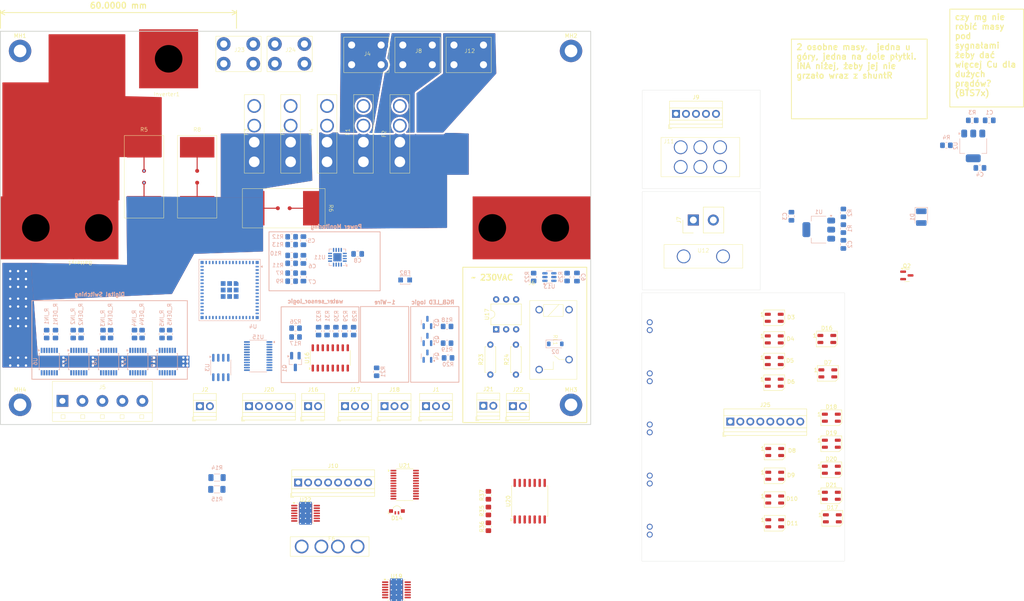
<source format=kicad_pcb>
(kicad_pcb (version 20240108) (generator "pcbnew") (generator_version "8.0")
  (layers (0 "F.Cu" signal) (31 "B.Cu" signal) (34 "B.Paste" user) (35 "F.Paste" user) (36 "B.SilkS" user "B.Silkscreen") (37 "F.SilkS" user "F.Silkscreen") (38 "B.Mask" user) (39 "F.Mask" user) (44 "Edge.Cuts" user))
  (net 0 "")
  (net 1 "GND")
  (net 2 "+3.3V")
  (net 3 "+5V")
  (net 4 "Net-(U1-ADJ)")
  (net 5 "Net-(U2-ADJ)")
  (net 6 "Net-(U6-DEN)")
  (net 7 "Net-(U7-DEN)")
  (net 8 "Net-(U11-IN+3)")
  (net 9 "Net-(U8-DEN)")
  (net 10 "Net-(U11-IN-3)")
  (net 11 "Net-(U11-IN+2)")
  (net 12 "Net-(U9-DEN)")
  (net 13 "Net-(U10-DEN)")
  (net 14 "Net-(U11-IN-2)")
  (net 15 "Net-(U11-IN-1)")
  (net 16 "Net-(U6-IN)")
  (net 17 "Net-(U7-IN)")
  (net 18 "Net-(U11-IN+1)")
  (net 19 "Net-(U8-IN)")
  (net 20 "Net-(U9-IN)")
  (net 21 "Net-(U10-IN)")
  (net 22 "Net-(F1-Pad1)")
  (net 23 "/central_control_unit/230VAC/AC_DETECT")
  (net 24 "Net-(J11-lvl_1)")
  (net 25 "Net-(J11-lvl_2)")
  (net 26 "GND_HP")
  (net 32 "Net-(J11-lvl_4)")
  (net 34 "Net-(J11-lvl_3)")
  (net 40 "/high_power/RSH5_HI")
  (net 41 "/high_power/RSH5_LO")
  (net 42 "/high_power/RSH6_HI")
  (net 43 "/high_power/RSH6_LO")
  (net 64 "/high_power/RSH8_LO")
  (net 65 "/high_power/RSH8_HI")
  (net 66 "/central_control_unit/SDA")
  (net 67 "/central_control_unit/SCL")
  (net 68 "Net-(D2-A)")
  (net 69 "/central_control_unit/230VAC/V_Bat")
  (net 70 "Net-(J8-Pin_1)")
  (net 71 "Net-(J12-Pin_1)")
  (net 72 "GND_LP")
  (net 73 "Net-(J1-Pin_2)")
  (net 74 "Net-(J1-Pin_3)")
  (net 75 "Net-(J1-Pin_1)")
  (net 76 "/central_control_unit/DAC_2")
  (net 77 "/central_control_unit/strap pin")
  (net 78 "/central_control_unit/DAC_1")
  (net 85 "Net-(Battery1-Pad1)")
  (net 86 "Net-(Inverter1-Pad1)")
  (net 87 "/central_control_unit/12V_MCU")
  (net 88 "Net-(U3-VIO)")
  (net 89 "/central_control_unit/CAN/CAN_H")
  (net 90 "Net-(J4-Pin_1)")
  (net 91 "/central_control_unit/CAN/CAN_L")
  (net 92 "Net-(J7-Pin_2)")
  (net 94 "+3V3")
  (net 95 "/central_control_unit/temp_sensors/1-WIRE")
  (net 96 "/central_control_unit/water_sensors_logic/ws_rod_3")
  (net 97 "/central_control_unit/water_sensors_logic/ws_rod_4")
  (net 98 "/central_control_unit/water_sensors_logic/ws_rod_1")
  (net 99 "/central_control_unit/water_sensors_logic/ws_rod_0")
  (net 100 "/central_control_unit/water_sensors_logic/ws_rod_2")
  (net 101 "Net-(J22-Pin_1)")
  (net 102 "Net-(J22-Pin_2)")
  (net 103 "/central_control_unit/water_sensors_logic/WS_ENABLE")
  (net 104 "/central_control_unit/LED_B")
  (net 105 "/central_control_unit/LED_G")
  (net 106 "/central_control_unit/LED_R")
  (net 107 "Net-(R22-Pad2)")
  (net 108 "/central_control_unit/230VAC/RELAY_IN")
  (net 109 "Net-(R23-Pad2)")
  (net 110 "Net-(R24-Pad2)")
  (net 111 "/central_control_unit/digital_switching/CH1_DEN")
  (net 112 "/central_control_unit/digital_switching/CH2_DEN")
  (net 113 "/central_control_unit/digital_switching/CH3_DEN")
  (net 114 "/central_control_unit/digital_switching/CH4_DEN")
  (net 115 "/central_control_unit/digital_switching/CH5_DEN")
  (net 116 "/central_control_unit/digital_switching/CH1_IN")
  (net 117 "/central_control_unit/digital_switching/CH2_IN")
  (net 118 "/central_control_unit/digital_switching/CH3_IN")
  (net 119 "/central_control_unit/digital_switching/CH4_IN")
  (net 120 "/central_control_unit/digital_switching/CH5_IN")
  (net 121 "/central_control_unit/CAN/CAN_TX")
  (net 122 "/central_control_unit/CAN/CAN_RX")
  (net 123 "/central_control_unit/CAN/CAN_SLEEP")
  (net 125 "/central_control_unit/ch1_diag")
  (net 127 "Net-(U15-~{INT})")
  (net 128 "/central_control_unit/ch2_diag")
  (net 130 "/central_control_unit/ch5_diag")
  (net 131 "/central_control_unit/ch3_diag")
  (net 132 "/central_control_unit/ch4_diag")
  (net 134 "Net-(J7-Pin_1)")
  (net 135 "Net-(J11-COM)")
  (net 138 "Net-(R21-Pad1)")
  (net 139 "/central_control_unit/water_sensors_logic/WS_LVL_50%")
  (net 140 "/central_control_unit/water_sensors_logic/GREY_WATER_FULL")
  (net 141 "/central_control_unit/water_sensors_logic/WS_LVL_100%")
  (net 142 "/central_control_unit/water_sensors_logic/WS_LVL_75%")
  (net 143 "/central_control_unit/water_sensors_logic/WS_LVL_25%")
  (net 147 "/central_control_unit/water_sensors_logic/grey_water_rod")
  (net 154 "Net-(J23-Pin_1)")
  (net 155 "Net-(J24-Pin_1)")
  (net 159 "Net-(Q1-G)")
  (net 225 "/high_power/blown_fuse_detection/dc_load")
  (net 226 "/high_power/blown_fuse_detection/12V_battery")
  (net 227 "/central_control_unit/analog_ui_control/GND_OUT")
  (net 228 "/central_control_unit/analog_ui_control/BTN_1_IN")
  (net 229 "/central_control_unit/analog_ui_control/BTN_4_IN")
  (net 230 "/central_control_unit/analog_ui_control/BTN_5_IN")
  (net 231 "/central_control_unit/analog_ui_control/+5V_OUT")
  (net 232 "/central_control_unit/analog_ui_control/BTN_2_IN")
  (net 233 "/central_control_unit/analog_ui_control/LED_DATA_IN")
  (net 234 "Net-(C3-Pad1)")
  (net 235 "Net-(J5-Pin_1)")
  (net 236 "Net-(J5-Pin_4)")
  (net 237 "Net-(J5-Pin_5)")
  (net 238 "Net-(J5-Pin_2)")
  (net 239 "Net-(J5-Pin_3)")
  (net 240 "V_Bat")
  (net 241 "/central_control_unit/230VAC/N_230VAC")
  (net 242 "/central_control_unit/230VAC/P_230VAC")
  (net 243 "/central_control_unit/analog_ui_control/BTN_3_IN")
  (net 244 "/analog_ui/+5V_IN")
  (net 245 "/analog_ui/BTN_5")
  (net 246 "/analog_ui/BTN_2")
  (net 247 "/analog_ui/LED_DATA_IN")
  (net 248 "/analog_ui/GND_IN")
  (net 249 "/analog_ui/BTN_4")
  (net 250 "/analog_ui/BTN_3")
  (net 251 "/analog_ui/BTN_1")
  (net 266 "Net-(U20-IN1+)")
  (net 275 "/central_control_unit/water_sensors_logic/WS_option_2/probe_1")
  (net 306 "BTN1_INTR")
  (net 307 "BTN2_INTR")
  (net 312 "BTN4_INTR")
  (net 315 "BTN3_INTR")
  (footprint "Package_SO:SOIC-14W_7.5x9mm_P1.27mm" (layer "F.Cu") (at 154.5 139.5 90)
    (property "Reference" "U20")
    (property "Value" "LM339_4ch")
  )
  (footprint "HeavyDuty:keystone_m3_screw_terminal_vertical" (layer "F.Cu") (at 126.25 25.5)
    (property "Reference" "J8")
    (property "Value" "Conn_01x01")
  )
  (footprint "Package_SO:TSSOP-24_4.4x7.8mm_P0.65mm" (layer "F.Cu") (at 122.7325 135.305)
    (property "Reference" "U21")
    (property "Value" "TCA9555PWR")
  )
  (footprint "LED_SMD:LED_WS2812B-Mini_PLCC4_3.5x3.5mm" (layer "F.Cu") (at 231.14 131.51)
    (property "Reference" "D20")
    (property "Value" "WS2812B")
  )
  (footprint "MountingHole:MountingHole_3.2mm_M3_ISO7380_Pad_TopBottom" (layer "F.Cu") (at 25 25)
    (property "Reference" "MH1")
    (property "Value" "MH")
  )
  (footprint "MountingHole:MountingHole_3.2mm_M3_ISO7380_Pad_TopBottom" (layer "F.Cu") (at 25 115)
    (property "Reference" "MH4")
    (property "Value" "MH")
  )
  (footprint "HeavyDuty:keystone_m3_screw_terminal_vertical" (layer "F.Cu") (at 80.75 25.25)
    (property "Reference" "J23")
    (property "Value" "Conn_01x01")
  )
  (footprint "HeavyDuty:5p_terminal_DB12" (layer "F.Cu") (at 45.92 114)
    (property "Reference" "J5")
    (property "Value" "DB12")
  )
  (footprint "TerminalBlock:TerminalBlock_Xinya_XY308-2.54-8P_1x08_P2.54mm_Horizontal" (layer "F.Cu") (at 95.6575 134.755)
    (property "Reference" "J10")
    (property "Value" "Conn_01x08")
  )
  (footprint "TerminalBlock:TerminalBlock_Xinya_XY308-2.54-5P_1x05_P2.54mm_Horizontal" (layer "F.Cu") (at 191.67 41)
    (property "Reference" "J9")
    (property "Value" "water_sensor_conn")
  )
  (footprint "LED_SMD:LED_WS2812B-Mini_PLCC4_3.5x3.5mm" (layer "F.Cu") (at 216.75 145.12)
    (property "Reference" "D11")
    (property "Value" "WS2812B")
  )
  (footprint "LED_SMD:LED_WS2812B-Mini_PLCC4_3.5x3.5mm" (layer "F.Cu") (at 230 98.25)
    (property "Reference" "D16")
    (property "Value" "WS2812B")
  )
  (footprint "Package_TO_SOT_SMD:SOT-23" (layer "F.Cu") (at 250.325 82.09)
    (property "Reference" "Q2")
    (property "Value" "AON6407-HXZ")
  )
  (footprint "LED_SMD:LED_WS2812B-Mini_PLCC4_3.5x3.5mm" (layer "F.Cu") (at 216.75 139.08)
    (property "Reference" "D10")
    (property "Value" "WS2812B")
  )
  (footprint "MountingHole:MountingHole_3.2mm_M3_ISO7380_Pad_TopBottom" (layer "F.Cu") (at 165 115)
    (property "Reference" "MH3")
    (property "Value" "MH")
  )
  (footprint "TerminalBlock:TerminalBlock_Xinya_XY308-2.54-3P_1x03_P2.54mm_Horizontal" (layer "F.Cu") (at 128.15 115.35)
    (property "Reference" "J1")
    (property "Value" "rgb_led_conn")
  )
  (footprint "analog_ui:button_12mm" (layer "F.Cu") (at 193 121)
    (property "Reference" "SW3")
    (property "Value" "SW_Push")
  )
  (footprint "HeavyDuty:2_water_sensor_rods" (layer "F.Cu") (at 198.62 77.25)
    (property "Reference" "U12")
    (property "Value" "~")
  )
  (footprint "LED_SMD:LED_Kingbright_APFA3010_3x1.5mm_Horizontal" (layer "F.Cu") (at 120.7575 142.008555)
    (property "Reference" "D14")
    (property "Value" "APFA3010")
  )
  (footprint "LED_SMD:LED_WS2812B-Mini_PLCC4_3.5x3.5mm" (layer "F.Cu") (at 216.64 109.37)
    (property "Reference" "D6")
    (property "Value" "WS2812B")
  )
  (footprint "LED_SMD:LED_WS2812B-Mini_PLCC4_3.5x3.5mm" (layer "F.Cu") (at 231.39 143.86)
    (property "Reference" "D17")
    (property "Value" "WS2812B")
  )
  (footprint "TerminalBlock:TerminalBlock_Xinya_XY308-2.54-2P_1x02_P2.54mm_Horizontal" (layer "F.Cu") (at 142.71 115.25)
    (property "Reference" "J21")
    (property "Value" "Conn_01x02")
  )
  (footprint "Connector_Samtec_HPM_THT:Samtec_HPM-02-01-x-S_Straight_1x02_Pitch5.08mm" (layer "F.Cu") (at 196.075 68 90)
    (property "Reference" "J7")
    (property "Value" "Conn_01x02")
  )
  (footprint "LED_SMD:LED_WS2812B-Mini_PLCC4_3.5x3.5mm" (layer "F.Cu") (at 216.64 98.363333)
    (property "Reference" "D4")
    (property "Value" "WS2812B")
  )
  (footprint "HeavyDuty:MSRSF_shunt_resistor" (layer "F.Cu") (at 92 65 180)
    (property "Reference" "R6")
    (property "Value" "0.003 Ohm 10W")
  )
  (footprint "HeavyDuty:ATO_fuse_holder" (layer "F.Cu") (at 103.6625 151.03)
    (property "Reference" "F6")
    (property "Value" "10A")
  )
  (footprint "Package_SO:HTSSOP-14-1EP_4.4x5mm_P0.65mm_EP3.4x5mm_Mask3x3.1mm_ThermalVias" (layer "F.Cu") (at 97.5375 142.58)
    (property "Reference" "U22")
    (property "Value" "LM339_4ch")
  )
  (footprint "HeavyDuty:ATO_fuse_holder" (layer "F.Cu") (at 103 46.1 90)
    (property "Reference" "F4")
    (property "Value" "20A")
  )
  (footprint "TerminalBlock:TerminalBlock_Xinya_XY308-2.54-5P_1x05_P2.54mm_Horizontal" (layer "F.Cu") (at 83.17 115.35)
    (property "Reference" "J20")
    (property "Value" "water_sensor_conn")
  )
  (footprint "HeavyDuty:MSRSF_shunt_resistor" (layer "F.Cu") (at 56.5 57 -90)
    (property "Reference" "R5")
    (property "Value" "0.001 Ohm 10W")
  )
  (footprint "HeavyDuty:ATO_fuse_holder" (layer "F.Cu") (at 84.5 46.1 90)
    (property "Reference" "F3")
    (property "Value" "20A")
  )
  (footprint "analog_ui:button_12mm" (layer "F.Cu") (at 193 147)
    (property "Reference" "SW5")
    (property "Value" "SW_Push")
  )
  (footprint "Resistor_THT:R_Axial_DIN0207_L6.3mm_D2.5mm_P7.62mm_Horizontal" (layer "F.Cu") (at 144.5 107.31 90)
    (property "Reference" "R23")
    (property "Value" "100k")
  )
  (footprint "LED_SMD:LED_WS2812B-Mini_PLCC4_3.5x3.5mm" (layer "F.Cu") (at 231.14 138.13)
    (property "Reference" "D21")
    (property "Value" "WS2812B")
  )
  (footprint "HeavyDuty:water_sensor_rods" (layer "F.Cu") (at 197.87 52)
    (property "Reference" "J11")
    (property "Value" "~")
  )
  (footprint "Package_DIP:DIP-6_W7.62mm" (layer "F.Cu") (at 145.975 95.8 90)
    (property "Reference" "U17")
    (property "Value" "H11AA1")
  )
  (footprint "LED_SMD:LED_WS2812B-Mini_PLCC4_3.5x3.5mm" (layer "F.Cu") (at 231.14 124.89)
    (property "Reference" "D19")
    (property "Value" "WS2812B")
  )
  (footprint "Package_SO:SO-16_3.9x9.9mm_P1.27mm" (layer "F.Cu") (at 103.825 103.075 90)
    (property "Reference" "U16")
    (property "Value" "ULN2003")
  )
  (footprint "TerminalBlock:TerminalBlock_Xinya_XY308-2.54-2P_1x02_P2.54mm_Horizontal" (layer "F.Cu") (at 150.225 115.35)
    (property "Reference" "J22")
    (property "Value" "Conn_01x02")
  )
  (footprint "HeavyDuty:keystone_m3_screw_terminal_vertical" (layer "F.Cu") (at 112.75 26.5 180)
    (property "Reference" "J4")
    (property "Value" "Conn_01x01")
  )
  (footprint "Resistor_SMD:R_0805_2012Metric_Pad1.20x1.40mm_HandSolder" (layer "F.Cu") (at 144 142 90)
    (property "Reference" "R35")
    (property "Value" "100k")
  )
  (footprint "analog_ui:button_12mm" (layer "F.Cu") (at 193 134)
    (property "Reference" "SW4")
    (property "Value" "SW_Push")
  )
  (footprint "LED_SMD:LED_WS2812B-Mini_PLCC4_3.5x3.5mm" (layer "F.Cu") (at 216.64 103.866666)
    (property "Reference" "D5")
    (property "Value" "WS2812B")
  )
  (footprint "LED_SMD:LED_WS2812B-Mini_PLCC4_3.5x3.5mm" (layer "F.Cu") (at 216.75 133.04)
    (property "Reference" "D9")
    (property "Value" "WS2812B")
  )
  (footprint "LED_SMD:LED_WS2812B-Mini_PLCC4_3.5x3.5mm" (layer "F.Cu") (at 216.64 92.86)
    (property "Reference" "D3")
    (property "Value" "WS2812B")
  )
  (footprint "HeavyDuty:MSRSF_shunt_resistor" (layer "F.Cu") (at 70 57 -90)
    (property "Reference" "R8")
    (property "Value" "0.001 Ohm 10W")
  )
  (footprint "LED_SMD:LED_WS2812B-Mini_PLCC4_3.5x3.5mm" (layer "F.Cu") (at 231.14 118.27)
    (property "Reference" "D18")
    (property "Value" "WS2812B")
  )
  (footprint "TerminalBlock:TerminalBlock_Xinya_XY308-2.54-2P_1x02_P2.54mm_Horizontal" (layer "F.Cu") (at 70.69 115.35)
    (property "Reference" "J2")
    (property "Value" "CAN")
  )
  (footprint "TerminalBlock:TerminalBlock_Xinya_XY308-2.54-3P_1x03_P2.54mm_Horizontal" (layer "F.Cu") (at 107.57 115.35)
    (property "Reference" "J17")
    (property "Value" "Conn_01x03")
  )
  (footprint "HeavyDuty:keystone_m3_screw_terminal_vertical" (layer "F.Cu") (at 139.25 25.5)
    (property "Reference" "J12")
    (property "Value" "Conn_01x01")
  )
  (footprint "HeavyDuty:small_busbar-15mm" (layer "F.Cu") (at 155 70)
    (property "Reference" "J6")
    (property "Value" "GND_Busbar")
  )
  (footprint "LED_SMD:LED_WS2812B-Mini_PLCC4_3.5x3.5mm" (layer "F.Cu") (at 216.75 127)
    (property "Reference" "D8")
    (property "Value" "WS2812B")
  )
  (footprint "HeavyDuty:ATO_fuse_holder" (layer "F.Cu") (at 112.25 46.1 90)
    (property "Reference" "F1")
    (property "Value" "20A")
  )
  (footprint "Package_SO:HTSSOP-14-1EP_4.4x5mm_P0.65mm_EP3.4x5mm_Mask3x3.1mm_ThermalVias" (layer "F.Cu") (at 120.6375 162.05)
    (property "Reference" "U19")
    (property "Value" "LM339_4ch")
  )
  (footprint "HeavyDuty:small_busbar-15mm" (layer "F.Cu") (at 35 70 180)
    (property "Reference" "Battery1")
    (property "Value" "~")
  )
  (footprint "TerminalBlock:TerminalBlock_Xinya_XY308-2.54-8P_1x08_P2.54mm_Horizontal" (layer "F.Cu") (at 205.47 119.25)
    (property "Reference" "J25")
    (property "Value" "Conn_01x08")
  )
  (footprint "HeavyDuty:ATO_fuse_holder" (layer "F.Cu") (at 93.75 46.1 90)
    (property "Reference" "F5")
    (property "Value" "20A")
  )
  (footprint "HeavyDuty:high_current_pad" (layer "F.Cu") (at 62.75 27 90)
    (property "Reference" "Inverter1")
    (property "Value" "~")
  )
  (footprint "TerminalBlock:TerminalBlock_Xinya_XY308-2.54-2P_1x02_P2.54mm_Horizontal" (layer "F.Cu") (at 98.19 115.35)
    (property "Reference" "J16")
    (property "Value" "Conn_01x02")
  )
  (footprint "HeavyDuty:keystone_m3_screw_terminal_vertical" (layer "F.Cu") (at 93.75 25.25)
    (property "Reference" "J24")
    (property "Value" "Conn_01x01")
  )
  (footprint "HeavyDuty:PRE29-same-sky" (layer "F.Cu") (at 161.5 98.5 -90)
    (property "Reference" "RL1")
    (property "Value" "AZSR131-1AE-12D")
  )
  (footprint "Resistor_SMD:R_0805_2012Metric_Pad1.20x1.40mm_HandSolder" (layer "F.Cu") (at 144 138 90)
    (property "Reference" "R37")
    (property "Value" "1M")
  )
  (footprint "HeavyDuty:ATO_fuse_holder" (layer "F.Cu") (at 121.5 46.1 90)
    (property "Reference" "F2")
    (property "Value" "20A")
  )
  (footprint "LED_SMD:LED_WS2812B-Mini_PLCC4_3.5x3.5mm" (layer "F.Cu") (at 230.25 107)
    (property "Reference" "D7")
    (property "Value" "WS2812B")
  )
  (footprint "analog_ui:button_12mm" (layer "F.Cu") (at 193 95)
    (property "Reference" "SW1")
    (property "Value" "SW_Push")
  )
  (footprint "Resistor_SMD:R_0805_2012Metric_Pad1.20x1.40mm_HandSolder" (layer "F.Cu") (at 144 146 90)
    (property "Reference" "R36")
    (property "Value" "100k")
  )
  (footprint "Resistor_THT:R_Axial_DIN0207_L6.3mm_D2.5mm_P7.62mm_Horizontal" (layer "F.Cu") (at 151 107.31 90)
    (property "Reference" "R24")
    (property "Value" "100k")
  )
  (footprint "TerminalBlock:TerminalBlock_Xinya_XY308-2.54-3P_1x03_P2.54mm_Horizontal" (layer "F.Cu") (at 117.61 115.35)
    (property "Reference" "J18")
    (property "Value" "Conn_01x03")
  )
  (footprint "MountingHole:MountingHole_3.2mm_M3_ISO7380_Pad_TopBottom" (layer "F.Cu") (at 165 25)
    (property "Reference" "MH2")
    (property "Value" "MH")
  )
  (footprint "analog_ui:button_12mm" (layer "F.Cu") (at 193 108)
    (property "Reference" "SW2")
    (property "Value" "SW_Push")
  )
  (footprint "Package_TO_SOT_SMD:SOT-23" (layer "B.Cu") (at 128.5 94.0625 90)
    (property "Reference" "Q3")
    (property "Value" "N-MOS")
  )
  (footprint "Resistor_SMD:R_1206_3216Metric_Pad1.30x1.75mm_HandSolder" (layer "B.Cu") (at 75 136.5 180)
    (property "Reference" "R15")
    (property "Value" "4.7k")
  )
  (footprint "Resistor_SMD:R_0805_2012Metric_Pad1.20x1.40mm_HandSolder" (layer "B.Cu") (at 94 72.25)
    (property "Reference" "R12")
    (property "Value" "10 ohm")
  )
  (footprint "Resistor_SMD:R_0805_2012Metric_Pad1.20x1.40mm_HandSolder" (layer "B.Cu") (at 133.5 99.3125)
    (property "Reference" "R19")
    (property "Value" "4.7k")
  )
  (footprint "Capacitor_SMD:C_0805_2012Metric_Pad1.18x1.45mm_HandSolder" (layer "B.Cu") (at 166.5 82.5 90)
    (property "Reference" "C9")
    (property "Value" "4.7uF")
  )
  (footprint "Resistor_SMD:R_0805_2012Metric_Pad1.20x1.40mm_HandSolder" (layer "B.Cu") (at 95 95.5 180)
    (property "Reference" "R26")
    (property "Value" "4.7k")
  )
  (footprint "RF_Module:ESP32-S2-MINI-1U" (layer "B.Cu") (at 78.25 85.8 180)
    (property "Reference" "U4")
    (property "Value" "ESP32-S3-MINI-1U")
  )
  (footprint "Inductor_SMD:L_Walsin_WLFM201609x" (layer "B.Cu") (at 122.85 83.25 180)
    (property "Reference" "FB2")
    (property "Value" "FerriteBead 47 Ohm")
  )
  (footprint "Resistor_SMD:R_0805_2012Metric_Pad1.20x1.40mm_HandSolder" (layer "B.Cu") (at 94 77)
    (property "Reference" "R10")
    (property "Value" "10 ohm")
  )
  (footprint "Resistor_SMD:R_0805_2012Metric_Pad1.20x1.40mm_HandSolder" (layer "B.Cu") (at 56 97 -90)
    (property "Reference" "R_DEN4")
    (property "Value" "4.7k")
  )
  (footprint "Package_SO:SOIC-8_3.9x4.9mm_P1.27mm" (layer "B.Cu") (at 76 105.5 -90)
    (property "Reference" "U3")
    (property "Value" "TJA1051T-3")
  )
  (footprint "Resistor_SMD:R_0805_2012Metric_Pad1.20x1.40mm_HandSolder" (layer "B.Cu") (at 103 96.25 90)
    (property "Reference" "R31")
    (property "Value" "4.7k")
  )
  (footprint "Capacitor_SMD:C_0805_2012Metric_Pad1.18x1.45mm_HandSolder" (layer "B.Cu") (at 268.9 54.75)
    (property "Reference" "C4")
    (property "Value" "22uF")
  )
  (footprint "Package_TO_SOT_SMD:SOT-223-3_TabPin2" (layer "B.Cu") (at 267.2 49.15 -90)
    (property "Reference" "U2")
    (property "Value" "AZ1117-ADJ")
  )
  (footprint "Resistor_SMD:R_0805_2012Metric_Pad1.20x1.40mm_HandSolder" (layer "B.Cu") (at 48 97 -90)
    (property "Reference" "R_DEN3")
    (property "Value" "4.7k")
  )
  (footprint "Resistor_SMD:R_0805_2012Metric_Pad1.20x1.40mm_HandSolder" (layer "B.Cu") (at 100.85 96.25 90)
    (property "Reference" "R32")
    (property "Value" "4.7k")
  )
  (footprint "Resistor_SMD:R_0805_2012Metric_Pad1.20x1.40mm_HandSolder" (layer "B.Cu") (at 105.25 96.25 90)
    (property "Reference" "R30")
    (property "Value" "4.7k")
  )
  (footprint "Resistor_SMD:R_0805_2012Metric_Pad1.20x1.40mm_HandSolder" (layer "B.Cu") (at 31.75 97 -90)
    (property "Reference" "R_IN1")
    (property "Value" "4.7k")
  )
  (footprint "Resistor_SMD:R_0805_2012Metric_Pad1.20x1.40mm_HandSolder" (layer "B.Cu") (at 266.95 42.65 180)
    (property "Reference" "R3")
    (property "Value" "125")
  )
  (footprint "Resistor_SMD:R_0805_2012Metric_Pad1.20x1.40mm_HandSolder" (layer "B.Cu") (at 63 97 -90)
    (property "Reference" "R_DEN5")
    (property "Value" "4.7k")
  )
  (footprint "Package_SO:Infineon_PG-TSDSO-14-22" (layer "B.Cu") (at 47.5 104 -90)
    (property "Reference" "U8")
    (property "Value" "BTS7006")
  )
  (footprint "Resistor_SMD:R_0805_2012Metric_Pad1.20x1.40mm_HandSolder" (layer "B.Cu") (at 94 74.25)
    (property "Reference" "R13")
    (property "Value" "10 ohm")
  )
  (footprint "Resistor_SMD:R_0805_2012Metric_Pad1.20x1.40mm_HandSolder" (layer "B.Cu") (at 234.2 66.19 90)
    (property "Reference" "R2")
    (property "Value" "205")
  )
  (footprint "Resistor_SMD:R_0805_2012Metric_Pad1.20x1.40mm_HandSolder" (layer "B.Cu") (at 46.075 97 -90)
    (property "Reference" "R_IN3")
    (property "Value" "4.7k")
  )
  (footprint "Package_TO_SOT_SMD:SOT-223-3_TabPin2" (layer "B.Cu") (at 227.95 70.44 180)
    (property "Reference" "U1")
    (property "Value" "AZ1117-ADJ")
  )
  (footprint "Package_TO_SOT_SMD:SOT-23" (layer "B.Cu") (at 128.5 102.625 90)
    (property "Reference" "Q4")
    (property "Value" "N-MOS")
  )
  (footprint "Package_SO:Infineon_PG-TSDSO-14-22" (layer "B.Cu") (at 54.925 104 -90)
    (property "Reference" "U9")
    (property "Value" "BTS7006")
  )
  (footprint "Resistor_SMD:R_0805_2012Metric_Pad1.20x1.40mm_HandSolder" (layer "B.Cu") (at 109.75 96.25 90)
    (property "Reference" "R28")
    (property "Value" "4.7k")
  )
  (footprint "Resistor_SMD:R_0805_2012Metric_Pad1.20x1.40mm_HandSolder" (layer "B.Cu") (at 155.5 82.5 -90)
    (property "Reference" "R22")
    (property "Value" "50 Ohm")
  )
  (footprint "Resistor_SMD:R_0805_2012Metric_Pad1.20x1.40mm_HandSolder" (layer "B.Cu") (at 94 79)
    (property "Reference" "R11")
    (property "Value" "10 ohm")
  )
  (footprint "Capacitor_SMD:C_0805_2012Metric_Pad1.18x1.45mm_HandSolder" (layer "B.Cu") (at 97 78 -90)
    (property "Reference" "C6")
    (property "Value" "1uF")
  )
  (footprint "Capacitor_SMD:C_0805_2012Metric_Pad1.18x1.45mm_HandSolder" (layer "B.Cu") (at 271.2575 42.65)
    (property "Reference" "C1")
    (property "Value" "10uF")
  )
  (footprint "Capacitor_SMD:C_0805_2012Metric_Pad1.18x1.45mm_HandSolder" (layer "B.Cu") (at 97 82.5 -90)
    (property "Reference" "C7")
    (property "Value" "1uF")
  )
  (footprint "Resistor_SMD:R_0805_2012Metric_Pad1.20x1.40mm_HandSolder" (layer "B.Cu") (at 34 97 -90)
    (property "Reference" "R_DEN1")
    (property "Value" "4.7k")
  )
  (footprint "Resistor_SMD:R_0805_2012Metric_Pad1.20x1.40mm_HandSolder" (layer "B.Cu") (at 115.6 106.6 90)
    (property "Reference" "R21")
    (property "Value" "4.7k")
  )
  (footprint "Package_SO:Infineon_PG-TSDSO-14-22" (layer "B.Cu") (at 62.425 104 -90)
    (property "Reference" "U10")
    (property "Value" "BTS7006")
  )
  (footprint "Package_TO_SOT_SMD:SOT-23-6" (layer "B.Cu") (at 159.5 82.5)
    (property "Reference" "U13")
    (property "Value" "CNY17-1")
  )
  (footprint "Resistor_SMD:R_0805_2012Metric_Pad1.20x1.40mm_HandSolder" (layer "B.Cu") (at 107.5 96.25 90)
    (property "Reference" "R29")
    (property "Value" "4.7k")
  )
  (footprint "Capacitor_SMD:C_0805_2012Metric_Pad1.18x1.45mm_HandSolder" (layer "B.Cu") (at 234.2 74.19 90)
    (property "Reference" "C2")
    (property "Value" "10uF")
  )
  (footprint "Resistor_SMD:R_0805_2012Metric_Pad1.20x1.40mm_HandSolder" (layer "B.Cu") (at 133.75 103.0625)
    (property "Reference" "R20")
    (property "Value" "4.7k")
  )
  (footprint "Resistor_SMD:R_0805_2012Metric_Pad1.20x1.40mm_HandSolder" (layer "B.Cu") (at 38.5 97 -90)
    (property "Reference" "R_IN2")
    (property "Value" "4.7k")
  )
  (footprint "Capacitor_SMD:C_0805_2012Metric_Pad1.18x1.45mm_HandSolder" (layer "B.Cu") (at 110.775 76.6125)
    (property "Reference" "C8")
    (property "Value" "1uF")
  )
  (footprint "Resistor_SMD:R_0805_2012Metric_Pad1.20x1.40mm_HandSolder" (layer "B.Cu") (at 94 81.5)
    (property "Reference" "R7")
    (property "Value" "10 ohm")
  )
  (footprint "Resistor_SMD:R_0805_2012Metric_Pad1.20x1.40mm_HandSolder" (layer "B.Cu") (at 61.075 97 -90)
    (property "Reference" "R_IN5")
    (property "Value" "4.7k")
  )
  (footprint "Package_SO:TSSOP-24_4.4x7.8mm_P0.65mm" (layer "B.Cu") (at 85.5 102.6 180)
    (property "Reference" "U15")
    (property "Value" "TCA9555PWR")
  )
  (footprint "Diode_SMD:D_SOD-123" (layer "B.Cu") (at 161 99.5)
    (property "Reference" "D2")
    (property "Value" "1N4148W")
  )
  (footprint "Resistor_SMD:R_1206_3216Metric_Pad1.30x1.75mm_HandSolder" (layer "B.Cu") (at 75.05 133.5 180)
    (property "Reference" "R14")
    (property "Value" "4.7k")
  )
  (footprint "Resistor_SMD:R_0805_2012Metric_Pad1.20x1.40mm_HandSolder" (layer "B.Cu") (at 234.2 70.19 90)
    (property "Reference" "R1")
    (property "Value" "125")
  )
  (footprint "Resistor_SMD:R_0805_2012Metric_Pad1.20x1.40mm_HandSolder" (layer "B.Cu") (at 95 97.75)
    (property "Reference" "R17")
    (property "Value" "1k")
  )
  (footprint "Resistor_SMD:R_0805_2012Metric_Pad1.20x1.40mm_HandSolder" (layer "B.Cu") (at 54.075 97 -90)
    (property "Reference" "R_IN4")
    (property "Value" "4.7k")
  )
  (footprint "Resistor_SMD:R_0805_2012Metric_Pad1.20x1.40mm_HandSolder" (layer "B.Cu") (at 133.5 95.0625 180)
    (property "Reference" "R18")
    (property "Value" "4.7k")
  )
  (footprint "Package_SO:Infineon_PG-TSDSO-14-22" (layer "B.Cu") (at 39.925 104 -90)
    (property "Reference" "U7")
    (property "Value" "BTS7006")
  )
  (footprint "Package_SO:Infineon_PG-TSDSO-14-22" (layer "B.Cu") (at 32.425 104 -90)
    (property "Reference" "U6")
    (property "Value" "BTS7006")
  )
  (footprint "Package_TO_SOT_SMD:SOT-23_Handsoldering" (layer "B.Cu") (at 94.95 104 -90)
    (property "Reference" "Q1")
    (property "Value" "Q_PMOS_GDS")
  )
  (footprint "Diode_SMD:D_1210_3225Metric_Pad1.42x2.65mm_HandSolder" (layer "B.Cu") (at 254 67.2625 -90)
    (property "Reference" "D1")
    (property "Value" "D")
  )
  (footprint "Resistor_SMD:R_0805_2012Metric_Pad1.20x1.40mm_HandSolder" (layer "B.Cu") (at 94 83.556744)
    (property "Reference" "R9")
    (property "Value" "10 ohm")
  )
  (footprint "Resistor_SMD:R_0805_2012Metric_Pad1.20x1.40mm_HandSolder" (layer "B.Cu") (at 260.38 49 180)
    (property "Reference" "R4")
    (property "Value" "370")
  )
  (footprint "Capacitor_SMD:C_0805_2012Metric_Pad1.18x1.45mm_HandSolder" (layer "B.Cu") (at 97 73.25 -90)
    (property "Reference" "C5")
    (property "Value" "1uF")
  )
  (footprint "Capacitor_SMD:C_0805_2012Metric_Pad1.18x1.45mm_HandSolder" (layer "B.Cu") (at 221 67.0375 -90)
    (property "Reference" "C3")
    (property "Value" "22uF")
  )
  (footprint "Package_DFN_QFN:Texas_RGV0016A_VQFN-16-1EP_4x4mm_P0.65mm_EP2.1x2.1mm" (layer "B.Cu") (at 105.6375 77.475 90)
    (property "Reference" "U11")
    (property "Value" "INA3221")
  )
  (footprint "Resistor_SMD:R_0805_2012Metric_Pad1.20x1.40mm_HandSolder" (layer "B.Cu") (at 164 82.5 -90)
    (property "Reference" "R25")
    (property "Value" "4.7kΩ")
  )
  (footprint "Resistor_SMD:R_0805_2012Metric_Pad1.20x1.40mm_HandSolder" (layer "B.Cu") (at 40.5 97 -90)
    (property "Reference" "R_DEN2")
    (property "Value" "4.7k")
  )
  (footprint "Package_TO_SOT_SMD:SOT-23" (layer "B.Cu") (at 128.5 98.375 90)
    (property "Reference" "Q5")
    (property "Value" "N-MOS")
  )
  (gr_rect (start 111.5 90) (end 123.75 109.25) (stroke (width 0.2)) (fill none) (layer "B.SilkS"))
  (gr_rect (start 88.25 71) (end 116.5 86) (stroke (width 0.2)) (fill none) (layer "B.SilkS"))
  (gr_rect (start 91.345 90.075) (end 111.095 109.325) (stroke (width 0.2)) (fill none) (layer "B.SilkS"))
  (gr_rect (start 28 88.5) (end 67.5 108.5) (stroke (width 0.2)) (fill none) (layer "B.SilkS"))
  (gr_rect (start 124.25 90) (end 136.5 109.25) (stroke (width 0.2)) (fill none) (layer "B.SilkS"))
  (gr_rect (start 137.5 80) (end 169 119.5) (stroke (width 0.2)) (fill none) (layer "F.SilkS"))
  (gr_rect (start 20 20) (end 170 120) (stroke (width 0.2)) (fill none) (layer "Edge.Cuts"))
  (gr_rect (start 183 86.5) (end 234.5 154.75) (stroke (width 0.05)) (fill none) (layer "Edge.Cuts"))
  (gr_rect (start 183.12 60.75) (end 213.12 85.75) (stroke (width 0.05)) (fill none) (layer "Edge.Cuts"))
  (gr_rect (start 183.12 35) (end 213.12 60) (stroke (width 0.05)) (fill none) (layer "Edge.Cuts"))
  (gr_text "water_sensor_logic" (at 107.25 89.25 0) (layer "B.SilkS") (effects (font (size 1 1) (thickness 0.25) (bold yes)) (justify left bottom mirror)))
  (gr_text "Power Monitoring" (at 112 70.25 0) (layer "B.SilkS") (effects (font (size 1 1) (thickness 0.25) (bold yes)) (justify left bottom mirror)))
  (gr_text "RGB_LED logic" (at 135.5 89.5 0) (layer "B.SilkS") (effects (font (size 1 1) (thickness 0.25) (bold yes)) (justify left bottom mirror)))
  (gr_text "Digital Switching" (at 51.75 87.5 0) (layer "B.SilkS") (effects (font (size 1 1) (thickness 0.25) (bold yes)) (justify left bottom mirror)))
  (gr_text "1-Wire" (at 120.5 89.5 0) (layer "B.SilkS") (effects (font (size 1 1) (thickness 0.25) (bold yes)) (justify left bottom mirror)))
  (gr_text "~ 230VAC " (at 139.5 83.5 0) (layer "F.SilkS") (effects (font (size 1.5 1.5) (thickness 0.3) (bold yes)) (justify left bottom)))
  (gr_text_box "2 osobne masy.  jedna u  góry, jedna na dole płytki. INA niżej, żeby jej nie grzało wraz z shuntR\n" (start 221 22) (end 255.5 42.25) (layer "F.SilkS") (effects (font (size 1.5 1.5) (thickness 0.3) (bold yes)) (justify left top)) (border yes) (stroke (width 0.2)))
  (gr_text_box "czy mg nie robić masy pod sygnałami\nżeby dać więcej Cu dla dużych prądów? (BTS7x)" (start 261.25 14.375) (end 280 39.25) (layer "F.SilkS") (effects (font (size 1.5 1.5) (thickness 0.3) (bold yes)) (justify left top)) (border yes) (stroke (width 0.2)))
  (dimension (type aligned) (layer "F.SilkS") (pts (xy 20 19.75) (xy 80 19.75)) (height -4.5) (gr_text "60,0000 mm" (at 50 13.45 0) (layer "F.SilkS") (effects (font (size 1.5 1.5) (thickness 0.3)))) (format (prefix "") (suffix "") (units 3) (units_format 1) (precision 4)) (style (thickness 0.2) (arrow_length 1.27) (text_position_mode 0) (extension_height 0.58642) (extension_offset 0.5) keep_text_aligned))
  (segment (start 97 81.4625) (end 97 81) (width 0.2) (layer "B.Cu") (net 18))
  (via (at 56.5 55.5) (size 0.6) (drill 0.3) (layers "F.Cu" "B.Cu") (net 40))
  (via (at 56.5 58.5) (size 0.6) (drill 0.3) (layers "F.Cu" "B.Cu") (net 41))
  (via (at 22.5 93) (size 0.75) (drill 0.6) (layers "F.Cu" "B.Cu") (net 240))
  (via (at 51 103) (size 0.75) (drill 0.6) (layers "F.Cu" "B.Cu") (net 240))
  (via (at 26.5 93) (size 0.75) (drill 0.6) (layers "F.Cu" "B.Cu") (net 240))
  (via (at 66.5 103) (size 0.75) (drill 0.6) (layers "F.Cu" "B.Cu") (net 240))
  (via (at 67.5 104) (size 0.75) (drill 0.6) (layers "F.Cu" "B.Cu") (net 240))
  (via (at 43.5 104) (size 0.75) (drill 0.6) (layers "F.Cu" "B.Cu") (net 240))
  (via (at 24.5 83) (size 0.75) (drill 0.6) (layers "F.Cu" "B.Cu") (net 240))
  (via (at 24.5 90) (size 0.75) (drill 0.6) (layers "F.Cu" "B.Cu") (net 240))
  (via (at 67.5 103) (size 0.75) (drill 0.6) (layers "F.Cu" "B.Cu") (net 240))
  (via (at 22.5 88) (size 0.75) (drill 0.6) (layers "F.Cu" "B.Cu") (net 240))
  (via (at 43.5 103) (size 0.75) (drill 0.6) (layers "F.Cu" "B.Cu") (net 240))
  (via (at 26.5 85) (size 0.75) (drill 0.6) (layers "F.Cu" "B.Cu") (net 240))
  (via (at 22.5 81) (size 0.75) (drill 0.6) (layers "F.Cu" "B.Cu") (net 240))
  (via (at 26.5 103) (size 0.75) (drill 0.6) (layers "F.Cu" "B.Cu") (net 240))
  (via (at 24.5 95) (size 0.75) (drill 0.6) (layers "F.Cu" "B.Cu") (net 240))
  (via (at 66.5 105) (size 0.75) (drill 0.6) (layers "F.Cu" "B.Cu") (net 240))
  (via (at 24.5 85) (size 0.75) (drill 0.6) (layers "F.Cu" "B.Cu") (net 240))
  (via (at 59 104) (size 0.75) (drill 0.6) (layers "F.Cu" "B.Cu") (net 240))
  (via (at 26.5 90) (size 0.75) (drill 0.6) (layers "F.Cu" "B.Cu") (net 240))
  (via (at 51 105) (size 0.75) (drill 0.6) (layers "F.Cu" "B.Cu") (net 240))
  (via (at 26.5 88) (size 0.75) (drill 0.6) (layers "F.Cu" "B.Cu") (net 240))
  (via (at 24.5 93) (size 0.75) (drill 0.6) (layers "F.Cu" "B.Cu") (net 240))
  (via (at 22.5 103) (size 0.75) (drill 0.6) (layers "F.Cu" "B.Cu") (net 240))
  (via (at 22.5 85) (size 0.75) (drill 0.6) (layers "F.Cu" "B.Cu") (net 240))
  (via (at 51 104) (size 0.75) (drill 0.6) (layers "F.Cu" "B.Cu") (net 240))
  (via (at 26.5 81) (size 0.75) (drill 0.6) (layers "F.Cu" "B.Cu") (net 240))
  (via (at 26.5 105) (size 0.75) (drill 0.6) (layers "F.Cu" "B.Cu") (net 240))
  (via (at 22.5 105) (size 0.75) (drill 0.6) (layers "F.Cu" "B.Cu") (net 240))
  (via (at 67.5 105) (size 0.75) (drill 0.6) (layers "F.Cu" "B.Cu") (net 240))
  (via (at 26.5 95) (size 0.75) (drill 0.6) (layers "F.Cu" "B.Cu") (net 240))
  (via (at 22.5 90) (size 0.75) (drill 0.6) (layers "F.Cu" "B.Cu") (net 240))
  (via (at 36 105) (size 0.75) (drill 0.6) (layers "F.Cu" "B.Cu") (net 240))
  (via (at 43.5 105) (size 0.75) (drill 0.6) (layers "F.Cu" "B.Cu") (net 240))
  (via (at 36 104) (size 0.75) (drill 0.6) (layers "F.Cu" "B.Cu") (net 240))
  (via (at 22.5 95) (size 0.75) (drill 0.6) (layers "F.Cu" "B.Cu") (net 240))
  (via (at 24.5 81) (size 0.75) (drill 0.6) (layers "F.Cu" "B.Cu") (net 240))
  (via (at 59 103) (size 0.75) (drill 0.6) (layers "F.Cu" "B.Cu") (net 240))
  (via (at 24.5 103) (size 0.75) (drill 0.6) (layers "F.Cu" "B.Cu") (net 240))
  (via (at 26.5 83) (size 0.75) (drill 0.6) (layers "F.Cu" "B.Cu") (net 240))
  (via (at 22.5 83) (size 0.75) (drill 0.6) (layers "F.Cu" "B.Cu") (net 240))
  (via (at 36 103) (size 0.75) (drill 0.6) (layers "F.Cu" "B.Cu") (net 240))
  (via (at 59 105) (size 0.75) (drill 0.6) (layers "F.Cu" "B.Cu") (net 240))
  (via (at 24.5 105) (size 0.75) (drill 0.6) (layers "F.Cu" "B.Cu") (net 240))
  (via (at 66.5 104) (size 0.75) (drill 0.6) (layers "F.Cu" "B.Cu") (net 240))
  (via (at 24.5 88) (size 0.75) (drill 0.6) (layers "F.Cu" "B.Cu") (net 240))
  (zone (net 22) (net_name "Net-(F1-Pad1)") (layers "F&B.Cu") (priority 1) (connect_pads yes (clearance 0.5)) (min_thickness 0.25) (fill yes (thermal_gap 0.5) (thermal_bridge_width 0.5))
    (polygon (pts (xy 139 56.5) (xy 133.5 56.5) (xy 133.5 70) (xy 101 70.25) (xy 101 45.75) (xy 110 45.75) (xy 115 45.85) (xy 135 45.85) (xy 139 46)))
  )
  (zone (net 240) (net_name "V_Bat") (layers "F&B.Cu") (priority 5) (connect_pads yes (clearance 0)) (min_thickness 0.25) (fill yes (thermal_gap 0.5) (thermal_bridge_width 0.5))
    (polygon (pts (xy 86.75 62.25) (xy 86.75 76) (xy 69.2 76.6) (xy 63.6 86.8) (xy 28.4 88.4) (xy 27.8 78.9) (xy 52.2 79.4) (xy 52 62)))
  )
  (zone (net 70) (net_name "Net-(J8-Pin_1)") (layers "F&B.Cu") (priority 3) (connect_pads yes (clearance 0.5)) (min_thickness 0.25) (fill yes (thermal_gap 0.5) (thermal_bridge_width 0.5))
    (polygon (pts (xy 115 45.85) (xy 125.75 45.75) (xy 125.75 35.75) (xy 132.5 30.75) (xy 132.5 20.25) (xy 119.5 20.25)))
  )
  (zone (net 240) (net_name "V_Bat") (layers "F&B.Cu") (priority 18) (connect_pads yes (clearance 0)) (min_thickness 0.25) (fill yes (thermal_gap 0.5) (thermal_bridge_width 0.5))
    (polygon (pts (xy 20.3 105.5) (xy 68.05 105.5) (xy 68.05 102.5) (xy 20.3 102.5)))
  )
  (zone (net 240) (net_name "V_Bat") (layers "F&B.Cu") (priority 7) (connect_pads yes (clearance 0)) (min_thickness 0.25) (fill yes (thermal_gap 0.5) (thermal_bridge_width 0.5))
    (polygon (pts (xy 86.75 62.25) (xy 86.75 60) (xy 99.25 58) (xy 99 46) (xy 76 46) (xy 76 62.25)))
  )
  (zone (net 71) (net_name "Net-(J12-Pin_1)") (layers "F&B.Cu") (priority 4) (connect_pads yes (clearance 0.5)) (min_thickness 0.25) (fill yes (thermal_gap 0.5) (thermal_bridge_width 0.5))
    (polygon (pts (xy 125.75 45.75) (xy 132.5 45.75) (xy 146 30.75) (xy 145.75 20.25) (xy 132.5 20.25) (xy 132.5 30.75) (xy 125.75 35.75)))
  )
  (zone (net 90) (net_name "Net-(J4-Pin_1)") (layers "F&B.Cu") (priority 2) (connect_pads yes (clearance 0.5)) (min_thickness 0.25) (fill yes (thermal_gap 0.5) (thermal_bridge_width 0.5))
    (polygon (pts (xy 106.5 20.25) (xy 119.5 20.25) (xy 116.75 36) (xy 115 45.85) (xy 106.25 45.75)))
  )
  (zone (net 240) (net_name "V_Bat") (layers "F&B.Cu") (connect_pads yes (clearance 0.5)) (min_thickness 0.25) (fill yes (thermal_gap 0.5) (thermal_bridge_width 0.5))
    (polygon (pts (xy 20.3 105.5) (xy 29.5 102.5) (xy 27.8 78.9) (xy 20.3 78.9)))
  )
  (zone (net 85) (net_name "Net-(Battery1-Pad1)") (layers "F&B.Cu") (priority 6) (connect_pads yes (clearance 0)) (min_thickness 0.25) (fill yes (thermal_gap 0.5) (thermal_bridge_width 0.5))
    (polygon (pts (xy 50.25 52) (xy 61 52) (xy 61 36.75) (xy 51.75 36.5) (xy 51.75 20.75) (xy 32.25 20.75) (xy 32.25 33) (xy 20.25 33) (xy 20 63) (xy 50.25 63)))
  )
)
</source>
